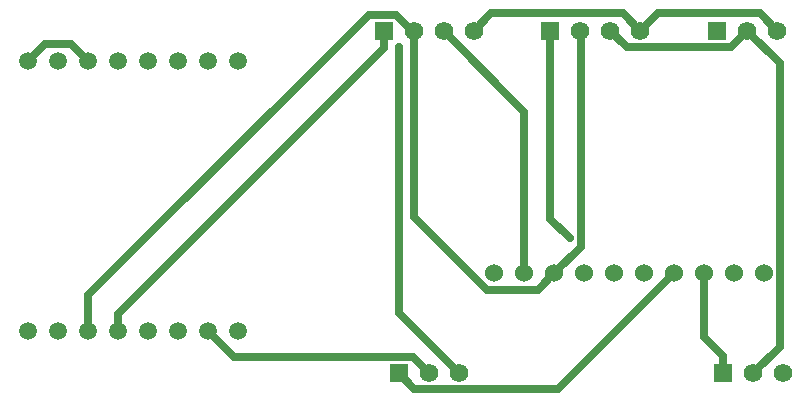
<source format=gbl>
G04 Layer: BottomLayer*
G04 EasyEDA v6.5.38, 2023-12-02 23:49:31*
G04 f3335789055e47b3961c9cef71cec245,07f4848b7c094117bb63b494a1dfdd33,10*
G04 Gerber Generator version 0.2*
G04 Scale: 100 percent, Rotated: No, Reflected: No *
G04 Dimensions in millimeters *
G04 leading zeros omitted , absolute positions ,4 integer and 5 decimal *
%FSLAX45Y45*%
%MOMM*%

%ADD10C,0.7000*%
%ADD11C,1.5080*%
%ADD12R,1.5748X1.5748*%
%ADD13C,1.5748*%
%ADD14C,1.5240*%
%ADD15C,0.6100*%

%LPD*%
D10*
X5164990Y3550003D02*
G01*
X5387545Y3772557D01*
X5387545Y5598919D01*
X5386478Y5599986D01*
X5164990Y3550003D02*
G01*
X5022928Y3407940D01*
X4591865Y3407940D01*
X3972994Y4026811D01*
X3972994Y5571131D01*
X3972994Y5571131D02*
G01*
X3972994Y5599986D01*
X3972994Y5571131D02*
G01*
X3972994Y5581444D01*
X3820543Y5733895D01*
X3593391Y5733895D01*
X1218999Y3359503D01*
X1218999Y3056989D01*
X6434990Y3550003D02*
G01*
X6434990Y3009770D01*
X6595976Y2848785D01*
X6595976Y2699992D02*
G01*
X6595976Y2848785D01*
X5894478Y5599986D02*
G01*
X6044389Y5749897D01*
X6904078Y5749897D01*
X7053988Y5599986D01*
X4480994Y5599986D02*
G01*
X4630905Y5749897D01*
X5744568Y5749897D01*
X5894478Y5599986D01*
X4353994Y2699992D02*
G01*
X3845994Y3207992D01*
X3845994Y5459498D01*
X3845994Y2699992D02*
G01*
X3980969Y2565016D01*
X5196004Y2565016D01*
X6180990Y3550003D01*
X1218999Y5342989D02*
G01*
X1074092Y5487896D01*
X855906Y5487896D01*
X710999Y5342989D01*
X5640478Y5599986D02*
G01*
X5776419Y5464045D01*
X6664048Y5464045D01*
X6799988Y5599986D01*
X4226994Y5599986D02*
G01*
X4910990Y4915989D01*
X4910990Y3550003D01*
X4099994Y2699992D02*
G01*
X3965069Y2834916D01*
X2457071Y2834916D01*
X2234999Y3056989D01*
X6799988Y5599986D02*
G01*
X7075909Y5324066D01*
X7075909Y3311446D01*
X7075909Y3311446D02*
G01*
X7075909Y2925925D01*
X6849976Y2699992D01*
X3718994Y5451193D02*
G01*
X1472999Y3205198D01*
X1472999Y3056989D01*
X3718994Y5599986D02*
G01*
X3718994Y5451193D01*
X5132478Y5599986D02*
G01*
X5132478Y4007101D01*
X5297401Y3842179D01*
D11*
G01*
X2488996Y3056991D03*
G01*
X2488996Y5342991D03*
G01*
X710996Y3056991D03*
G01*
X964996Y3056991D03*
G01*
X1218996Y3056991D03*
G01*
X1472996Y3056991D03*
G01*
X1726996Y3056991D03*
G01*
X1980996Y3056991D03*
G01*
X2234996Y3056991D03*
G01*
X710996Y5342991D03*
G01*
X964996Y5342991D03*
G01*
X1218996Y5342991D03*
G01*
X1472996Y5342991D03*
G01*
X1726996Y5342991D03*
G01*
X1980996Y5342991D03*
G01*
X2234996Y5342991D03*
D12*
G01*
X6595973Y2699994D03*
D13*
G01*
X6849999Y2699994D03*
G01*
X7103999Y2699994D03*
D12*
G01*
X3845991Y2699994D03*
D13*
G01*
X4099991Y2699994D03*
G01*
X4353991Y2699994D03*
D12*
G01*
X6545986Y5599988D03*
D13*
G01*
X6799986Y5599988D03*
G01*
X7053986Y5599988D03*
D12*
G01*
X3718991Y5599988D03*
D13*
G01*
X3972991Y5599988D03*
G01*
X4226991Y5599988D03*
G01*
X4480991Y5599988D03*
D12*
G01*
X5132476Y5599988D03*
D13*
G01*
X5386476Y5599988D03*
G01*
X5640476Y5599988D03*
G01*
X5894476Y5599988D03*
D14*
G01*
X4656988Y3549980D03*
G01*
X4910988Y3549980D03*
G01*
X5164988Y3549980D03*
G01*
X5418988Y3549980D03*
G01*
X5672988Y3549980D03*
G01*
X5926988Y3549980D03*
G01*
X6180988Y3549980D03*
G01*
X6434988Y3549980D03*
G01*
X6688988Y3549980D03*
G01*
X6942988Y3549980D03*
D15*
G01*
X5297398Y3842181D03*
G01*
X7075906Y3311448D03*
G01*
X3845991Y5459501D03*
M02*

</source>
